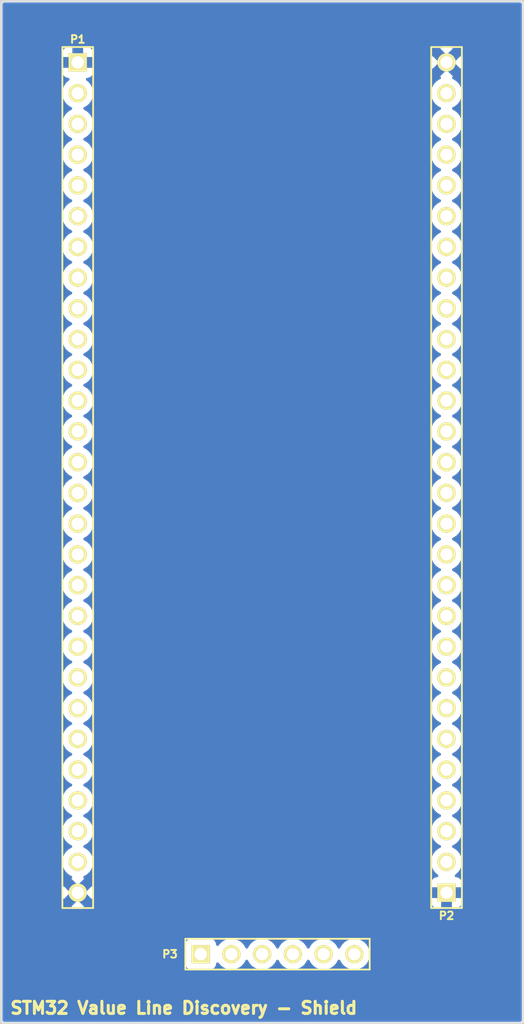
<source format=kicad_pcb>
(kicad_pcb (version 20221018) (generator pcbnew)
  (title_block (title "STM32 Value Line Discovery - Shiled board") (rev "1.0"))
  (layers (0 "F.Cu" signal) (31 "B.Cu" signal) (34 "B.Paste" user) (35 "F.Paste" user) (36 "B.SilkS" user) (37 "F.SilkS" user) (38 "B.Mask" user) (39 "F.Mask" user) (44 "Edge.Cuts" user))
  (net 0 "")
  (net 1 "+3.3V")
  (net 2 "+5V")
  (net 3 "GND")
  (footprint "PIN_ARRAY_6X1" (layer "F.Cu") (at 55.88 113.03)
    (fp_text reference "P3" (at -8.89 0) (layer "F.SilkS") (effects (font (size 0.63246 0.63246) (thickness 0.15748))))
    (fp_text value "CONN6" hide)
    (fp_line (start -7.62 -1.27) (end 7.62 -1.27) (stroke (width 0.14986)) (layer "F.SilkS"))
    (fp_line (start -7.62 1.27) (end -7.62 -1.27) (stroke (width 0.14986)) (layer "F.SilkS"))
    (fp_line (start 7.62 -1.27) (end 7.62 1.27) (stroke (width 0.14986)) (layer "F.SilkS"))
    (fp_line (start 7.62 1.27) (end -7.62 1.27) (stroke (width 0.14986)) (layer "F.SilkS"))
    (pad "1" thru_hole rect locked (at -6.35 0) (size 1.524 1.524) (drill 1.016) (layers "*.Cu" "*.Mask" "F.SilkS"))
    (pad "2" thru_hole circle locked (at -3.81 0) (size 1.524 1.524) (drill 1.016) (layers "*.Cu" "*.Mask" "F.SilkS"))
    (pad "3" thru_hole circle locked (at -1.27 0) (size 1.524 1.524) (drill 1.016) (layers "*.Cu" "*.Mask" "F.SilkS"))
    (pad "4" thru_hole circle locked (at 1.27 0) (size 1.524 1.524) (drill 1.016) (layers "*.Cu" "*.Mask" "F.SilkS"))
    (pad "5" thru_hole circle locked (at 3.81 0) (size 1.524 1.524) (drill 1.016) (layers "*.Cu" "*.Mask" "F.SilkS"))
    (pad "6" thru_hole circle locked (at 6.35 0) (size 1.524 1.524) (drill 1.016) (layers "*.Cu" "*.Mask" "F.SilkS"))
  )
  (footprint "PIN_ARRAY_28X1" (layer "F.Cu") (at 39.37 73.66 -90)
    (fp_text reference "P1" (at -36.195 0) (layer "F.SilkS") (effects (font (size 0.63246 0.63246) (thickness 0.15748))))
    (fp_text value "CONN28" hide)
    (fp_line (start -35.56 -1.27) (end 35.56 -1.27) (stroke (width 0.14986)) (layer "F.SilkS"))
    (fp_line (start -35.56 1.27) (end -35.56 -1.27) (stroke (width 0.14986)) (layer "F.SilkS"))
    (fp_line (start 35.56 -1.27) (end 35.56 1.27) (stroke (width 0.14986)) (layer "F.SilkS"))
    (fp_line (start 35.56 1.27) (end -35.56 1.27) (stroke (width 0.14986)) (layer "F.SilkS"))
    (pad "1" thru_hole rect locked (at -34.29 0 270) (size 1.524 1.524) (drill 1.016) (layers "*.Cu" "*.Mask" "F.SilkS") (net 3 "GND"))
    (pad "2" thru_hole circle locked (at -31.75 0 270) (size 1.524 1.524) (drill 1.016) (layers "*.Cu" "*.Mask" "F.SilkS"))
    (pad "3" thru_hole circle locked (at -29.21 0 270) (size 1.524 1.524) (drill 1.016) (layers "*.Cu" "*.Mask" "F.SilkS") (net 1 "+3.3V"))
    (pad "4" thru_hole circle locked (at -26.67 0 270) (size 1.524 1.524) (drill 1.016) (layers "*.Cu" "*.Mask" "F.SilkS"))
    (pad "5" thru_hole circle locked (at -24.13 0 270) (size 1.524 1.524) (drill 1.016) (layers "*.Cu" "*.Mask" "F.SilkS"))
    (pad "6" thru_hole circle locked (at -21.59 0 270) (size 1.524 1.524) (drill 1.016) (layers "*.Cu" "*.Mask" "F.SilkS"))
    (pad "7" thru_hole circle locked (at -19.05 0 270) (size 1.524 1.524) (drill 1.016) (layers "*.Cu" "*.Mask" "F.SilkS"))
    (pad "8" thru_hole circle locked (at -16.51 0 270) (size 1.524 1.524) (drill 1.016) (layers "*.Cu" "*.Mask" "F.SilkS"))
    (pad "9" thru_hole circle locked (at -13.97 0 270) (size 1.524 1.524) (drill 1.016) (layers "*.Cu" "*.Mask" "F.SilkS"))
    (pad "10" thru_hole circle locked (at -11.43 0 270) (size 1.524 1.524) (drill 1.016) (layers "*.Cu" "*.Mask" "F.SilkS"))
    (pad "11" thru_hole circle locked (at -8.89 0 270) (size 1.524 1.524) (drill 1.016) (layers "*.Cu" "*.Mask" "F.SilkS"))
    (pad "12" thru_hole circle locked (at -6.35 0 270) (size 1.524 1.524) (drill 1.016) (layers "*.Cu" "*.Mask" "F.SilkS"))
    (pad "13" thru_hole circle locked (at -3.81 0 270) (size 1.524 1.524) (drill 1.016) (layers "*.Cu" "*.Mask" "F.SilkS"))
    (pad "14" thru_hole circle locked (at -1.27 0 270) (size 1.524 1.524) (drill 1.016) (layers "*.Cu" "*.Mask" "F.SilkS"))
    (pad "15" thru_hole circle locked (at 1.27 0 270) (size 1.524 1.524) (drill 1.016) (layers "*.Cu" "*.Mask" "F.SilkS"))
    (pad "16" thru_hole circle locked (at 3.81 0 270) (size 1.524 1.524) (drill 1.016) (layers "*.Cu" "*.Mask" "F.SilkS"))
    (pad "17" thru_hole circle locked (at 6.35 0 270) (size 1.524 1.524) (drill 1.016) (layers "*.Cu" "*.Mask" "F.SilkS"))
    (pad "18" thru_hole circle locked (at 8.89 0 270) (size 1.524 1.524) (drill 1.016) (layers "*.Cu" "*.Mask" "F.SilkS"))
    (pad "19" thru_hole circle locked (at 11.43 0 270) (size 1.524 1.524) (drill 1.016) (layers "*.Cu" "*.Mask" "F.SilkS"))
    (pad "20" thru_hole circle locked (at 13.97 0 270) (size 1.524 1.524) (drill 1.016) (layers "*.Cu" "*.Mask" "F.SilkS"))
    (pad "21" thru_hole circle locked (at 16.51 0 270) (size 1.524 1.524) (drill 1.016) (layers "*.Cu" "*.Mask" "F.SilkS"))
    (pad "22" thru_hole circle locked (at 19.05 0 270) (size 1.524 1.524) (drill 1.016) (layers "*.Cu" "*.Mask" "F.SilkS"))
    (pad "23" thru_hole circle locked (at 21.59 0 270) (size 1.524 1.524) (drill 1.016) (layers "*.Cu" "*.Mask" "F.SilkS"))
    (pad "24" thru_hole circle locked (at 24.13 0 270) (size 1.524 1.524) (drill 1.016) (layers "*.Cu" "*.Mask" "F.SilkS"))
    (pad "25" thru_hole circle locked (at 26.67 0 270) (size 1.524 1.524) (drill 1.016) (layers "*.Cu" "*.Mask" "F.SilkS"))
    (pad "26" thru_hole circle locked (at 29.21 0 270) (size 1.524 1.524) (drill 1.016) (layers "*.Cu" "*.Mask" "F.SilkS"))
    (pad "27" thru_hole circle locked (at 31.75 0 270) (size 1.524 1.524) (drill 1.016) (layers "*.Cu" "*.Mask" "F.SilkS"))
    (pad "28" thru_hole circle locked (at 34.29 0 270) (size 1.524 1.524) (drill 1.016) (layers "*.Cu" "*.Mask" "F.SilkS") (net 3 "GND"))
  )
  (footprint "PIN_ARRAY_28X1" (layer "F.Cu") (at 69.85 73.66 90)
    (fp_text reference "P2" (at -36.195 0 180) (layer "F.SilkS") (effects (font (size 0.63246 0.63246) (thickness 0.15748))))
    (fp_text value "CONN28" hide)
    (fp_line (start -35.56 -1.27) (end 35.56 -1.27) (stroke (width 0.14986)) (layer "F.SilkS"))
    (fp_line (start -35.56 1.27) (end -35.56 -1.27) (stroke (width 0.14986)) (layer "F.SilkS"))
    (fp_line (start 35.56 -1.27) (end 35.56 1.27) (stroke (width 0.14986)) (layer "F.SilkS"))
    (fp_line (start 35.56 1.27) (end -35.56 1.27) (stroke (width 0.14986)) (layer "F.SilkS"))
    (pad "1" thru_hole rect locked (at -34.29 0 90) (size 1.524 1.524) (drill 1.016) (layers "*.Cu" "*.Mask" "F.SilkS") (net 3 "GND"))
    (pad "2" thru_hole circle locked (at -31.75 0 90) (size 1.524 1.524) (drill 1.016) (layers "*.Cu" "*.Mask" "F.SilkS"))
    (pad "3" thru_hole circle locked (at -29.21 0 90) (size 1.524 1.524) (drill 1.016) (layers "*.Cu" "*.Mask" "F.SilkS"))
    (pad "4" thru_hole circle locked (at -26.67 0 90) (size 1.524 1.524) (drill 1.016) (layers "*.Cu" "*.Mask" "F.SilkS"))
    (pad "5" thru_hole circle locked (at -24.13 0 90) (size 1.524 1.524) (drill 1.016) (layers "*.Cu" "*.Mask" "F.SilkS"))
    (pad "6" thru_hole circle locked (at -21.59 0 90) (size 1.524 1.524) (drill 1.016) (layers "*.Cu" "*.Mask" "F.SilkS"))
    (pad "7" thru_hole circle locked (at -19.05 0 90) (size 1.524 1.524) (drill 1.016) (layers "*.Cu" "*.Mask" "F.SilkS"))
    (pad "8" thru_hole circle locked (at -16.51 0 90) (size 1.524 1.524) (drill 1.016) (layers "*.Cu" "*.Mask" "F.SilkS"))
    (pad "9" thru_hole circle locked (at -13.97 0 90) (size 1.524 1.524) (drill 1.016) (layers "*.Cu" "*.Mask" "F.SilkS"))
    (pad "10" thru_hole circle locked (at -11.43 0 90) (size 1.524 1.524) (drill 1.016) (layers "*.Cu" "*.Mask" "F.SilkS"))
    (pad "11" thru_hole circle locked (at -8.89 0 90) (size 1.524 1.524) (drill 1.016) (layers "*.Cu" "*.Mask" "F.SilkS"))
    (pad "12" thru_hole circle locked (at -6.35 0 90) (size 1.524 1.524) (drill 1.016) (layers "*.Cu" "*.Mask" "F.SilkS"))
    (pad "13" thru_hole circle locked (at -3.81 0 90) (size 1.524 1.524) (drill 1.016) (layers "*.Cu" "*.Mask" "F.SilkS"))
    (pad "14" thru_hole circle locked (at -1.27 0 90) (size 1.524 1.524) (drill 1.016) (layers "*.Cu" "*.Mask" "F.SilkS"))
    (pad "15" thru_hole circle locked (at 1.27 0 90) (size 1.524 1.524) (drill 1.016) (layers "*.Cu" "*.Mask" "F.SilkS"))
    (pad "16" thru_hole circle locked (at 3.81 0 90) (size 1.524 1.524) (drill 1.016) (layers "*.Cu" "*.Mask" "F.SilkS"))
    (pad "17" thru_hole circle locked (at 6.35 0 90) (size 1.524 1.524) (drill 1.016) (layers "*.Cu" "*.Mask" "F.SilkS"))
    (pad "18" thru_hole circle locked (at 8.89 0 90) (size 1.524 1.524) (drill 1.016) (layers "*.Cu" "*.Mask" "F.SilkS"))
    (pad "19" thru_hole circle locked (at 11.43 0 90) (size 1.524 1.524) (drill 1.016) (layers "*.Cu" "*.Mask" "F.SilkS"))
    (pad "20" thru_hole circle locked (at 13.97 0 90) (size 1.524 1.524) (drill 1.016) (layers "*.Cu" "*.Mask" "F.SilkS"))
    (pad "21" thru_hole circle locked (at 16.51 0 90) (size 1.524 1.524) (drill 1.016) (layers "*.Cu" "*.Mask" "F.SilkS"))
    (pad "22" thru_hole circle locked (at 19.05 0 90) (size 1.524 1.524) (drill 1.016) (layers "*.Cu" "*.Mask" "F.SilkS"))
    (pad "23" thru_hole circle locked (at 21.59 0 90) (size 1.524 1.524) (drill 1.016) (layers "*.Cu" "*.Mask" "F.SilkS"))
    (pad "24" thru_hole circle locked (at 24.13 0 90) (size 1.524 1.524) (drill 1.016) (layers "*.Cu" "*.Mask" "F.SilkS"))
    (pad "25" thru_hole circle locked (at 26.67 0 90) (size 1.524 1.524) (drill 1.016) (layers "*.Cu" "*.Mask" "F.SilkS"))
    (pad "26" thru_hole circle locked (at 29.21 0 90) (size 1.524 1.524) (drill 1.016) (layers "*.Cu" "*.Mask" "F.SilkS") (net 2 "+5V"))
    (pad "27" thru_hole circle locked (at 31.75 0 90) (size 1.524 1.524) (drill 1.016) (layers "*.Cu" "*.Mask" "F.SilkS"))
    (pad "28" thru_hole circle locked (at 34.29 0 90) (size 1.524 1.524) (drill 1.016) (layers "*.Cu" "*.Mask" "F.SilkS") (net 3 "GND"))
  )
  (gr_line (start 33.02 34.29) (end 76.2 34.29) (stroke (width 0.14986)) (layer "Edge.Cuts"))
  (gr_line (start 76.2 118.745) (end 76.2 34.29) (stroke (width 0.14986)) (layer "Edge.Cuts"))
  (gr_line (start 76.2 118.745) (end 33.02 118.745) (stroke (width 0.14986)) (layer "Edge.Cuts"))
  (gr_line (start 33.02 34.29) (end 33.02 118.745) (stroke (width 0.14986)) (layer "Edge.Cuts"))
  (gr_text "STM32 Value Line Discovery - Shield" (at 48.133 117.475) (layer "F.SilkS") (effects (font (size 1.00076 1.00076) (thickness 0.25146))))
  (zone (net 3) (net_name "GND") (layer "B.Cu") (connect_pads (clearance 0.508)) (min_thickness 0.254) (fill yes (thermal_gap 0.508) (thermal_bridge_width 0.889))
    (polygon (pts (xy 76.073 118.618) (xy 33.147 118.618) (xy 33.147 34.417) (xy 76.073 34.417)))
  )
)
</source>
